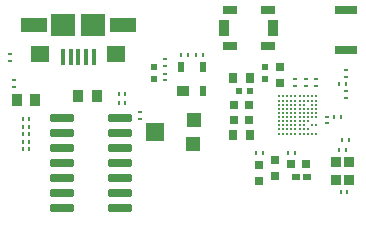
<source format=gtp>
G04*
G04 #@! TF.GenerationSoftware,Altium Limited,Altium Designer,19.0.4 (130)*
G04*
G04 Layer_Color=8421504*
%FSLAX25Y25*%
%MOIN*%
G70*
G01*
G75*
%ADD17R,0.01181X0.01063*%
%ADD18R,0.07284X0.03150*%
%ADD19R,0.03740X0.05512*%
%ADD20R,0.04528X0.02953*%
%ADD21R,0.01063X0.01181*%
%ADD22R,0.05906X0.06299*%
%ADD23R,0.04724X0.04724*%
%ADD24R,0.03661X0.03858*%
%ADD25R,0.01968X0.02362*%
%ADD26R,0.02362X0.03347*%
%ADD27R,0.03937X0.03347*%
G04:AMPARAMS|DCode=28|XSize=77.56mil|YSize=23.62mil|CornerRadius=2.95mil|HoleSize=0mil|Usage=FLASHONLY|Rotation=0.000|XOffset=0mil|YOffset=0mil|HoleType=Round|Shape=RoundedRectangle|*
%AMROUNDEDRECTD28*
21,1,0.07756,0.01772,0,0,0.0*
21,1,0.07165,0.02362,0,0,0.0*
1,1,0.00591,0.03583,-0.00886*
1,1,0.00591,-0.03583,-0.00886*
1,1,0.00591,-0.03583,0.00886*
1,1,0.00591,0.03583,0.00886*
%
%ADD28ROUNDEDRECTD28*%
%ADD29R,0.03000X0.03200*%
%ADD30R,0.03347X0.03740*%
%ADD31R,0.03150X0.02953*%
%ADD32R,0.02953X0.03150*%
%ADD33R,0.02559X0.01968*%
%ADD34C,0.00787*%
%ADD35R,0.02362X0.01968*%
%ADD36R,0.07874X0.07480*%
%ADD37R,0.01575X0.05315*%
%ADD38R,0.06299X0.05512*%
%ADD39R,0.09055X0.05118*%
D17*
X113270Y259598D02*
D03*
Y257354D02*
D03*
X163500Y266622D02*
D03*
Y264378D02*
D03*
X155168Y248961D02*
D03*
Y246718D02*
D03*
X224000Y256122D02*
D03*
Y253878D02*
D03*
X223897Y260772D02*
D03*
Y263016D02*
D03*
X112000Y268244D02*
D03*
Y266000D02*
D03*
X163500Y261866D02*
D03*
Y259622D02*
D03*
X213890Y260000D02*
D03*
Y257756D02*
D03*
X210658Y260122D02*
D03*
Y257878D02*
D03*
X207000D02*
D03*
Y260122D02*
D03*
X217500Y245256D02*
D03*
Y247500D02*
D03*
D18*
X223878Y269807D02*
D03*
Y283193D02*
D03*
D19*
X199669Y277000D02*
D03*
X183331D02*
D03*
D20*
X197701Y270996D02*
D03*
Y283004D02*
D03*
X185299Y270996D02*
D03*
Y283004D02*
D03*
D21*
X168878Y268000D02*
D03*
X171122D02*
D03*
X176041Y268000D02*
D03*
X173797D02*
D03*
X148063Y252143D02*
D03*
X150307D02*
D03*
X221512Y258477D02*
D03*
X223756D02*
D03*
X148063Y255021D02*
D03*
X150307D02*
D03*
X118336Y246664D02*
D03*
X116092D02*
D03*
Y244164D02*
D03*
X118336D02*
D03*
X116092Y241664D02*
D03*
X118336D02*
D03*
Y239164D02*
D03*
X116092D02*
D03*
X118336Y236664D02*
D03*
X116092D02*
D03*
X222634Y239768D02*
D03*
X224878D02*
D03*
X219878Y247378D02*
D03*
X222122D02*
D03*
X221634Y236256D02*
D03*
X223878D02*
D03*
X224256Y222413D02*
D03*
X222012D02*
D03*
X196122Y235500D02*
D03*
X193878D02*
D03*
X206744D02*
D03*
X204500D02*
D03*
D22*
X160250Y242349D02*
D03*
D23*
X173045Y246286D02*
D03*
X172848Y238412D02*
D03*
D24*
X120217Y253143D02*
D03*
X114154D02*
D03*
X140717Y254267D02*
D03*
X134654D02*
D03*
D25*
X197000Y263965D02*
D03*
Y260028D02*
D03*
X160000Y260032D02*
D03*
Y263968D02*
D03*
D26*
X176240Y255965D02*
D03*
Y264035D02*
D03*
X168760D02*
D03*
D27*
X169547Y255965D02*
D03*
D28*
X148580Y247164D02*
D03*
Y242164D02*
D03*
Y237164D02*
D03*
Y232164D02*
D03*
Y227164D02*
D03*
Y222164D02*
D03*
Y217164D02*
D03*
X129092D02*
D03*
Y222164D02*
D03*
Y227164D02*
D03*
Y232164D02*
D03*
Y237164D02*
D03*
Y242164D02*
D03*
Y247164D02*
D03*
D29*
X186250Y260500D02*
D03*
X191750D02*
D03*
X186250Y241500D02*
D03*
X191750D02*
D03*
D30*
X224898Y232268D02*
D03*
X220370D02*
D03*
Y226559D02*
D03*
X224898D02*
D03*
D31*
X200232Y233157D02*
D03*
Y227842D02*
D03*
X195000Y226220D02*
D03*
Y231535D02*
D03*
X202000Y264158D02*
D03*
Y258843D02*
D03*
D32*
X210658Y231846D02*
D03*
X205343D02*
D03*
X191657Y251500D02*
D03*
X186343D02*
D03*
Y246378D02*
D03*
X191657D02*
D03*
D33*
X210870Y227500D02*
D03*
X207130D02*
D03*
D34*
X212512Y241866D02*
D03*
X211134D02*
D03*
X209756D02*
D03*
X208378D02*
D03*
X207000D02*
D03*
X205622D02*
D03*
X204244D02*
D03*
X202866D02*
D03*
X201488D02*
D03*
X211134Y243244D02*
D03*
X209756D02*
D03*
X208378D02*
D03*
X207000D02*
D03*
X205622D02*
D03*
X204244D02*
D03*
X202866D02*
D03*
X201488D02*
D03*
X209756Y244622D02*
D03*
X208378D02*
D03*
X207000D02*
D03*
X205622D02*
D03*
X204244D02*
D03*
X202866D02*
D03*
X201488D02*
D03*
X211134Y246000D02*
D03*
X209756D02*
D03*
X208378D02*
D03*
X207000D02*
D03*
X205622D02*
D03*
X204244D02*
D03*
X202866D02*
D03*
X201488D02*
D03*
X213890Y247378D02*
D03*
X212512D02*
D03*
X211134D02*
D03*
X209756D02*
D03*
X208378D02*
D03*
X207000D02*
D03*
X205622D02*
D03*
X204244D02*
D03*
X202866D02*
D03*
X201488D02*
D03*
X213890Y248756D02*
D03*
X212512D02*
D03*
X211134D02*
D03*
X209756D02*
D03*
X208378D02*
D03*
X207000D02*
D03*
X205622D02*
D03*
X204244D02*
D03*
X202866D02*
D03*
X201488D02*
D03*
X213890Y250134D02*
D03*
X212512D02*
D03*
X211134D02*
D03*
X209756D02*
D03*
X208378D02*
D03*
X207000D02*
D03*
X205622D02*
D03*
X204244D02*
D03*
X202866D02*
D03*
X201488D02*
D03*
X213890Y251512D02*
D03*
X212512D02*
D03*
X209756D02*
D03*
X208378D02*
D03*
X207000D02*
D03*
X205622D02*
D03*
X204244D02*
D03*
X202866D02*
D03*
X201488D02*
D03*
X213890Y252890D02*
D03*
X212512D02*
D03*
X211134D02*
D03*
X209756D02*
D03*
X208378D02*
D03*
X207000D02*
D03*
X205622D02*
D03*
X204244D02*
D03*
X202866D02*
D03*
X201488D02*
D03*
X213890Y254268D02*
D03*
X212512D02*
D03*
X211134D02*
D03*
X209756D02*
D03*
X208378D02*
D03*
X207000D02*
D03*
X205622D02*
D03*
X204244D02*
D03*
X202866D02*
D03*
X213890Y241866D02*
D03*
X212512Y244622D02*
D03*
X213890D02*
D03*
X201488Y254268D02*
D03*
D35*
X188031Y256000D02*
D03*
X191969D02*
D03*
D36*
X139500Y278000D02*
D03*
X129657D02*
D03*
D37*
X129461Y267469D02*
D03*
X139697D02*
D03*
X137138D02*
D03*
X134579D02*
D03*
X132020D02*
D03*
D38*
X147177Y268354D02*
D03*
X121980D02*
D03*
D39*
X119815Y278000D02*
D03*
X149343D02*
D03*
M02*

</source>
